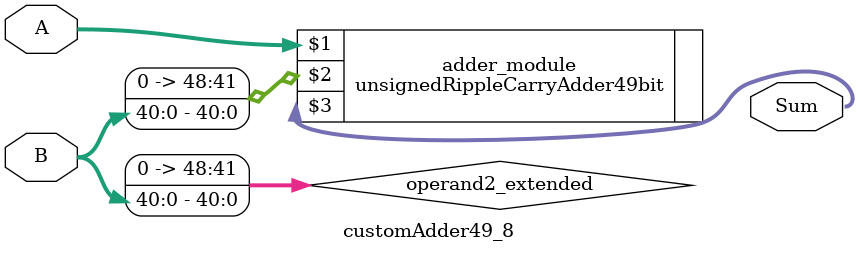
<source format=v>
module customAdder49_8(
                        input [48 : 0] A,
                        input [40 : 0] B,
                        
                        output [49 : 0] Sum
                );

        wire [48 : 0] operand2_extended;
        
        assign operand2_extended =  {8'b0, B};
        
        unsignedRippleCarryAdder49bit adder_module(
            A,
            operand2_extended,
            Sum
        );
        
        endmodule
        
</source>
